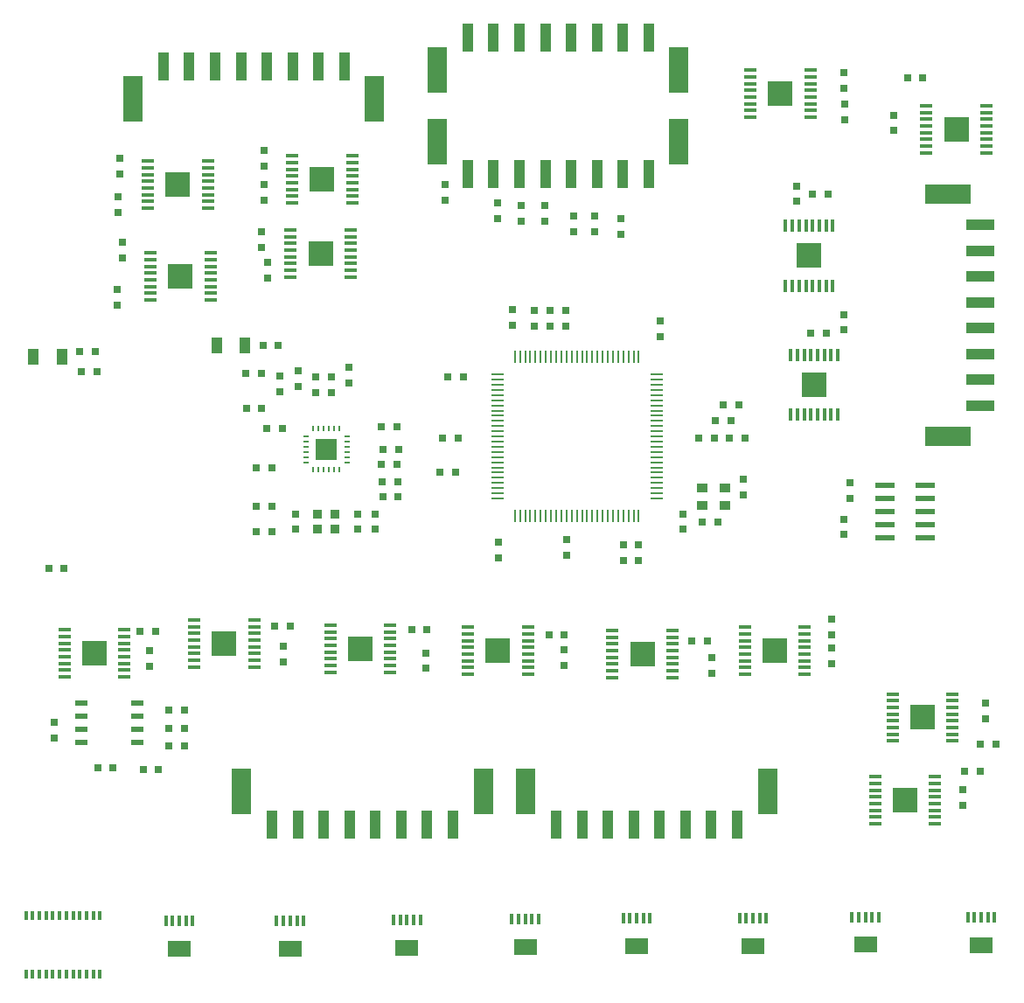
<source format=gtp>
G04 #@! TF.GenerationSoftware,KiCad,Pcbnew,5.1.5-52549c5~86~ubuntu18.04.1*
G04 #@! TF.CreationDate,2020-12-06T21:57:41-08:00*
G04 #@! TF.ProjectId,GAMTP_rev01,47414d54-505f-4726-9576-30312e6b6963,rev?*
G04 #@! TF.SameCoordinates,Original*
G04 #@! TF.FileFunction,Paste,Top*
G04 #@! TF.FilePolarity,Positive*
%FSLAX46Y46*%
G04 Gerber Fmt 4.6, Leading zero omitted, Abs format (unit mm)*
G04 Created by KiCad (PCBNEW 5.1.5-52549c5~86~ubuntu18.04.1) date 2020-12-06 21:57:41*
%MOMM*%
%LPD*%
G04 APERTURE LIST*
%ADD10R,1.200000X0.360000*%
%ADD11R,2.400000X2.400000*%
%ADD12R,0.360000X1.200000*%
%ADD13R,0.719328X0.800608*%
%ADD14R,0.800608X0.719328*%
%ADD15R,1.999488X1.999488*%
%ADD16O,0.640080X0.199136*%
%ADD17O,0.199136X0.640080*%
%ADD18R,1.120000X0.960000*%
%ADD19R,0.960000X0.880000*%
%ADD20R,0.720000X0.800000*%
%ADD21R,0.800000X0.720000*%
%ADD22R,1.200000X0.240000*%
%ADD23R,0.240000X1.200000*%
%ADD24R,1.240000X0.480000*%
%ADD25R,1.000000X1.600000*%
%ADD26R,1.120000X2.720000*%
%ADD27R,1.840000X4.480000*%
%ADD28R,2.720000X1.120000*%
%ADD29R,4.480000X1.840000*%
%ADD30R,1.920000X0.608000*%
%ADD31R,0.320000X1.080000*%
%ADD32R,2.320000X1.520000*%
%ADD33R,0.320000X0.880000*%
G04 APERTURE END LIST*
D10*
X119486000Y-71475000D03*
X119486000Y-72125000D03*
X119486000Y-70825000D03*
X119486000Y-70175000D03*
X119486000Y-67575000D03*
X119486000Y-68225000D03*
X119486000Y-69525000D03*
X119486000Y-68875000D03*
X113686000Y-68875000D03*
X113686000Y-69525000D03*
X113686000Y-68225000D03*
X113686000Y-67575000D03*
X113686000Y-70175000D03*
X113686000Y-70825000D03*
X113686000Y-72125000D03*
X113686000Y-71475000D03*
D11*
X116586000Y-69850000D03*
D10*
X105770000Y-80873000D03*
X105770000Y-81523000D03*
X105770000Y-80223000D03*
X105770000Y-79573000D03*
X105770000Y-76973000D03*
X105770000Y-77623000D03*
X105770000Y-78923000D03*
X105770000Y-78273000D03*
X99970000Y-78273000D03*
X99970000Y-78923000D03*
X99970000Y-77623000D03*
X99970000Y-76973000D03*
X99970000Y-79573000D03*
X99970000Y-80223000D03*
X99970000Y-81523000D03*
X99970000Y-80873000D03*
D11*
X102870000Y-79248000D03*
D10*
X119338000Y-78658000D03*
X119338000Y-79308000D03*
X119338000Y-78008000D03*
X119338000Y-77358000D03*
X119338000Y-74758000D03*
X119338000Y-75408000D03*
X119338000Y-76708000D03*
X119338000Y-76058000D03*
X113538000Y-76058000D03*
X113538000Y-76708000D03*
X113538000Y-75408000D03*
X113538000Y-74758000D03*
X113538000Y-77358000D03*
X113538000Y-78008000D03*
X113538000Y-79308000D03*
X113538000Y-78658000D03*
D11*
X116438000Y-77033000D03*
D10*
X105516000Y-71983000D03*
X105516000Y-72633000D03*
X105516000Y-71333000D03*
X105516000Y-70683000D03*
X105516000Y-68083000D03*
X105516000Y-68733000D03*
X105516000Y-70033000D03*
X105516000Y-69383000D03*
X99716000Y-69383000D03*
X99716000Y-70033000D03*
X99716000Y-68733000D03*
X99716000Y-68083000D03*
X99716000Y-70683000D03*
X99716000Y-71333000D03*
X99716000Y-72633000D03*
X99716000Y-71983000D03*
D11*
X102616000Y-70358000D03*
D12*
X162625000Y-92650000D03*
X161975000Y-92650000D03*
X163275000Y-92650000D03*
X163925000Y-92650000D03*
X166525000Y-92650000D03*
X165875000Y-92650000D03*
X164575000Y-92650000D03*
X165225000Y-92650000D03*
X165225000Y-86850000D03*
X164575000Y-86850000D03*
X165875000Y-86850000D03*
X166525000Y-86850000D03*
X163925000Y-86850000D03*
X163275000Y-86850000D03*
X161975000Y-86850000D03*
X162625000Y-86850000D03*
D11*
X164250000Y-89750000D03*
D12*
X162125000Y-80150000D03*
X161475000Y-80150000D03*
X162775000Y-80150000D03*
X163425000Y-80150000D03*
X166025000Y-80150000D03*
X165375000Y-80150000D03*
X164075000Y-80150000D03*
X164725000Y-80150000D03*
X164725000Y-74350000D03*
X164075000Y-74350000D03*
X165375000Y-74350000D03*
X166025000Y-74350000D03*
X163425000Y-74350000D03*
X162775000Y-74350000D03*
X161475000Y-74350000D03*
X162125000Y-74350000D03*
D11*
X163750000Y-77250000D03*
D10*
X180900000Y-66625000D03*
X180900000Y-67275000D03*
X180900000Y-65975000D03*
X180900000Y-65325000D03*
X180900000Y-62725000D03*
X180900000Y-63375000D03*
X180900000Y-64675000D03*
X180900000Y-64025000D03*
X175100000Y-64025000D03*
X175100000Y-64675000D03*
X175100000Y-63375000D03*
X175100000Y-62725000D03*
X175100000Y-65325000D03*
X175100000Y-65975000D03*
X175100000Y-67275000D03*
X175100000Y-66625000D03*
D11*
X178000000Y-65000000D03*
D10*
X158050000Y-59945000D03*
X158050000Y-59295000D03*
X158050000Y-60595000D03*
X158050000Y-61245000D03*
X158050000Y-63845000D03*
X158050000Y-63195000D03*
X158050000Y-61895000D03*
X158050000Y-62545000D03*
X163850000Y-62545000D03*
X163850000Y-61895000D03*
X163850000Y-63195000D03*
X163850000Y-63845000D03*
X163850000Y-61245000D03*
X163850000Y-60595000D03*
X163850000Y-59295000D03*
X163850000Y-59945000D03*
D11*
X160950000Y-61570000D03*
D10*
X144700000Y-114175000D03*
X144700000Y-113525000D03*
X144700000Y-114825000D03*
X144700000Y-115475000D03*
X144700000Y-118075000D03*
X144700000Y-117425000D03*
X144700000Y-116125000D03*
X144700000Y-116775000D03*
X150500000Y-116775000D03*
X150500000Y-116125000D03*
X150500000Y-117425000D03*
X150500000Y-118075000D03*
X150500000Y-115475000D03*
X150500000Y-114825000D03*
X150500000Y-113525000D03*
X150500000Y-114175000D03*
D11*
X147600000Y-115800000D03*
D10*
X157500000Y-113875000D03*
X157500000Y-113225000D03*
X157500000Y-114525000D03*
X157500000Y-115175000D03*
X157500000Y-117775000D03*
X157500000Y-117125000D03*
X157500000Y-115825000D03*
X157500000Y-116475000D03*
X163300000Y-116475000D03*
X163300000Y-115825000D03*
X163300000Y-117125000D03*
X163300000Y-117775000D03*
X163300000Y-115175000D03*
X163300000Y-114525000D03*
X163300000Y-113225000D03*
X163300000Y-113875000D03*
D11*
X160400000Y-115500000D03*
D10*
X170125000Y-128350000D03*
X170125000Y-127700000D03*
X170125000Y-129000000D03*
X170125000Y-129650000D03*
X170125000Y-132250000D03*
X170125000Y-131600000D03*
X170125000Y-130300000D03*
X170125000Y-130950000D03*
X175925000Y-130950000D03*
X175925000Y-130300000D03*
X175925000Y-131600000D03*
X175925000Y-132250000D03*
X175925000Y-129650000D03*
X175925000Y-129000000D03*
X175925000Y-127700000D03*
X175925000Y-128350000D03*
D11*
X173025000Y-129975000D03*
D10*
X171810000Y-120335000D03*
X171810000Y-119685000D03*
X171810000Y-120985000D03*
X171810000Y-121635000D03*
X171810000Y-124235000D03*
X171810000Y-123585000D03*
X171810000Y-122285000D03*
X171810000Y-122935000D03*
X177610000Y-122935000D03*
X177610000Y-122285000D03*
X177610000Y-123585000D03*
X177610000Y-124235000D03*
X177610000Y-121635000D03*
X177610000Y-120985000D03*
X177610000Y-119685000D03*
X177610000Y-120335000D03*
D11*
X174710000Y-121960000D03*
D10*
X104200000Y-113175000D03*
X104200000Y-112525000D03*
X104200000Y-113825000D03*
X104200000Y-114475000D03*
X104200000Y-117075000D03*
X104200000Y-116425000D03*
X104200000Y-115125000D03*
X104200000Y-115775000D03*
X110000000Y-115775000D03*
X110000000Y-115125000D03*
X110000000Y-116425000D03*
X110000000Y-117075000D03*
X110000000Y-114475000D03*
X110000000Y-113825000D03*
X110000000Y-112525000D03*
X110000000Y-113175000D03*
D11*
X107100000Y-114800000D03*
D10*
X117400000Y-113675000D03*
X117400000Y-113025000D03*
X117400000Y-114325000D03*
X117400000Y-114975000D03*
X117400000Y-117575000D03*
X117400000Y-116925000D03*
X117400000Y-115625000D03*
X117400000Y-116275000D03*
X123200000Y-116275000D03*
X123200000Y-115625000D03*
X123200000Y-116925000D03*
X123200000Y-117575000D03*
X123200000Y-114975000D03*
X123200000Y-114325000D03*
X123200000Y-113025000D03*
X123200000Y-113675000D03*
D11*
X120300000Y-115300000D03*
D10*
X130700000Y-113875000D03*
X130700000Y-113225000D03*
X130700000Y-114525000D03*
X130700000Y-115175000D03*
X130700000Y-117775000D03*
X130700000Y-117125000D03*
X130700000Y-115825000D03*
X130700000Y-116475000D03*
X136500000Y-116475000D03*
X136500000Y-115825000D03*
X136500000Y-117125000D03*
X136500000Y-117775000D03*
X136500000Y-115175000D03*
X136500000Y-114525000D03*
X136500000Y-113225000D03*
X136500000Y-113875000D03*
D11*
X133600000Y-115500000D03*
D10*
X91630000Y-114135000D03*
X91630000Y-113485000D03*
X91630000Y-114785000D03*
X91630000Y-115435000D03*
X91630000Y-118035000D03*
X91630000Y-117385000D03*
X91630000Y-116085000D03*
X91630000Y-116735000D03*
X97430000Y-116735000D03*
X97430000Y-116085000D03*
X97430000Y-117385000D03*
X97430000Y-118035000D03*
X97430000Y-115435000D03*
X97430000Y-114785000D03*
X97430000Y-113485000D03*
X97430000Y-114135000D03*
D11*
X94530000Y-115760000D03*
D13*
X156151840Y-93200000D03*
X154648160Y-93200000D03*
D14*
X140208000Y-84063840D03*
X140208000Y-82560160D03*
X112522000Y-90413840D03*
X112522000Y-88910160D03*
X145800000Y-106751840D03*
X145800000Y-105248160D03*
X147200000Y-106751840D03*
X147200000Y-105248160D03*
D13*
X103251840Y-124750000D03*
X101748160Y-124750000D03*
D14*
X167100000Y-104251840D03*
X167100000Y-102748160D03*
D13*
X103251840Y-121250000D03*
X101748160Y-121250000D03*
X103251840Y-123000000D03*
X101748160Y-123000000D03*
X123801840Y-93850000D03*
X122298160Y-93850000D03*
X123951840Y-100570000D03*
X122448160Y-100570000D03*
X124001840Y-96000000D03*
X122498160Y-96000000D03*
D14*
X121750000Y-103751840D03*
X121750000Y-102248160D03*
X115950000Y-90501840D03*
X115950000Y-88998160D03*
D13*
X129501840Y-98250000D03*
X127998160Y-98250000D03*
D14*
X117500000Y-90501840D03*
X117500000Y-88998160D03*
D13*
X90118160Y-107560000D03*
X91621840Y-107560000D03*
X94811840Y-88440000D03*
X93308160Y-88440000D03*
X94641840Y-86550000D03*
X93138160Y-86550000D03*
X100751840Y-127000000D03*
X99248160Y-127000000D03*
X112351840Y-85900000D03*
X110848160Y-85900000D03*
D15*
X117000000Y-96000000D03*
D16*
X115001020Y-94750320D03*
X115001020Y-95250700D03*
X115001020Y-95751080D03*
X115001020Y-96248920D03*
X115001020Y-96749300D03*
X115001020Y-97249680D03*
D17*
X115750320Y-97998980D03*
X116250700Y-97998980D03*
X116751080Y-97998980D03*
X117248920Y-97998980D03*
X117749300Y-97998980D03*
X118249680Y-97998980D03*
D16*
X118998980Y-97249680D03*
X118998980Y-96749300D03*
X118998980Y-96248920D03*
X118998980Y-95751080D03*
X118998980Y-95250700D03*
X118998980Y-94750320D03*
D17*
X118249680Y-94001020D03*
X117749300Y-94001020D03*
X117248920Y-94001020D03*
X116751080Y-94001020D03*
X116250700Y-94001020D03*
X115750320Y-94001020D03*
D18*
X155550000Y-99725000D03*
X153350000Y-99725000D03*
X155550000Y-101425000D03*
X153350000Y-101425000D03*
D19*
X116150000Y-103700000D03*
X117850000Y-103700000D03*
X116150000Y-102300000D03*
X117850000Y-102300000D03*
D13*
X110248160Y-104000000D03*
X111751840Y-104000000D03*
X128248160Y-94900000D03*
D20*
X129751840Y-94900000D03*
D13*
X128748160Y-89000000D03*
D20*
X130251840Y-89000000D03*
D13*
X157551840Y-94900000D03*
D20*
X156048160Y-94900000D03*
D14*
X133650000Y-104998160D03*
D21*
X133650000Y-106501840D03*
D13*
X153048160Y-94900000D03*
D20*
X154551840Y-94900000D03*
D13*
X156951840Y-91700000D03*
D20*
X155448160Y-91700000D03*
D14*
X140250000Y-104748160D03*
D21*
X140250000Y-106251840D03*
D14*
X137160000Y-82560160D03*
D21*
X137160000Y-84063840D03*
D14*
X151500000Y-103751840D03*
D21*
X151500000Y-102248160D03*
D14*
X138684000Y-82560160D03*
D21*
X138684000Y-84063840D03*
D14*
X157350000Y-100426840D03*
D21*
X157350000Y-98923160D03*
D13*
X154901840Y-103025000D03*
D20*
X153398160Y-103025000D03*
D14*
X99900000Y-117001840D03*
D21*
X99900000Y-115498160D03*
D13*
X98948160Y-113650000D03*
D20*
X100451840Y-113650000D03*
D14*
X110998000Y-67066160D03*
D21*
X110998000Y-68569840D03*
D14*
X110740000Y-74958160D03*
D21*
X110740000Y-76461840D03*
D14*
X110998000Y-70348160D03*
D21*
X110998000Y-71851840D03*
D14*
X111350000Y-77898160D03*
D21*
X111350000Y-79401840D03*
D14*
X96820000Y-71548160D03*
D21*
X96820000Y-73051840D03*
D14*
X96774000Y-80528160D03*
D21*
X96774000Y-82031840D03*
D14*
X97028000Y-69331840D03*
D21*
X97028000Y-67828160D03*
D14*
X97282000Y-77459840D03*
D21*
X97282000Y-75956160D03*
D13*
X165371840Y-84720000D03*
D20*
X163868160Y-84720000D03*
D13*
X165551840Y-71300000D03*
D20*
X164048160Y-71300000D03*
D14*
X167100000Y-82948160D03*
D21*
X167100000Y-84451840D03*
D14*
X162500000Y-72001840D03*
D21*
X162500000Y-70498160D03*
D14*
X171900000Y-63638160D03*
D21*
X171900000Y-65141840D03*
D14*
X167150000Y-64111840D03*
D21*
X167150000Y-62608160D03*
D13*
X173248160Y-60000000D03*
D20*
X174751840Y-60000000D03*
D14*
X167130000Y-59558160D03*
D21*
X167130000Y-61061840D03*
D14*
X154300000Y-117701840D03*
D21*
X154300000Y-116198160D03*
D14*
X165900000Y-116751840D03*
D21*
X165900000Y-115248160D03*
D13*
X152398160Y-114550000D03*
D20*
X153901840Y-114550000D03*
D14*
X165900000Y-112448160D03*
D21*
X165900000Y-113951840D03*
D14*
X178660000Y-130461840D03*
D21*
X178660000Y-128958160D03*
D14*
X180830000Y-122071840D03*
D21*
X180830000Y-120568160D03*
D13*
X178818160Y-127160000D03*
D20*
X180321840Y-127160000D03*
D13*
X181851840Y-124510000D03*
D20*
X180348160Y-124510000D03*
D14*
X112800000Y-116601840D03*
D21*
X112800000Y-115098160D03*
D14*
X126600000Y-117201840D03*
D21*
X126600000Y-115698160D03*
D14*
X140050000Y-116901840D03*
D21*
X140050000Y-115398160D03*
D13*
X111998160Y-113150000D03*
D20*
X113501840Y-113150000D03*
D13*
X125248160Y-113450000D03*
D20*
X126751840Y-113450000D03*
D13*
X138548160Y-114000000D03*
D20*
X140051840Y-114000000D03*
D14*
X114300000Y-88402160D03*
D21*
X114300000Y-89905840D03*
D13*
X110733840Y-88646000D03*
D20*
X109230160Y-88646000D03*
D13*
X123921840Y-99160000D03*
D20*
X122418160Y-99160000D03*
D13*
X111248160Y-94000000D03*
D20*
X112751840Y-94000000D03*
D14*
X114000000Y-102248160D03*
D21*
X114000000Y-103751840D03*
D13*
X110751840Y-92000000D03*
D20*
X109248160Y-92000000D03*
D13*
X123851840Y-97425000D03*
D20*
X122348160Y-97425000D03*
D14*
X120000000Y-103751840D03*
D21*
X120000000Y-102248160D03*
D14*
X119190000Y-88088160D03*
D21*
X119190000Y-89591840D03*
D13*
X111751840Y-97800000D03*
D20*
X110248160Y-97800000D03*
D13*
X110248160Y-101500000D03*
D20*
X111751840Y-101500000D03*
D13*
X96351840Y-126800000D03*
X94848160Y-126800000D03*
D14*
X90650000Y-123951840D03*
X90650000Y-122448160D03*
X149352000Y-83576160D03*
X149352000Y-85079840D03*
X145542000Y-75173840D03*
X145542000Y-73670160D03*
X143002000Y-74919840D03*
X143002000Y-73416160D03*
X140970000Y-74919840D03*
X140970000Y-73416160D03*
X138176000Y-73903840D03*
X138176000Y-72400160D03*
X167670000Y-99248160D03*
X167670000Y-100751840D03*
D22*
X148950000Y-92750000D03*
X148950000Y-92250000D03*
X148950000Y-91750000D03*
X148950000Y-90750000D03*
X148950000Y-91250000D03*
X148950000Y-89250000D03*
X148950000Y-88750000D03*
X148950000Y-89750000D03*
X148950000Y-90250000D03*
D23*
X135750000Y-102450000D03*
X135250000Y-102450000D03*
X138750000Y-102450000D03*
X138250000Y-102450000D03*
X139250000Y-102450000D03*
X137250000Y-102450000D03*
X137750000Y-102450000D03*
X136250000Y-102450000D03*
X136750000Y-102450000D03*
D22*
X133550000Y-97250000D03*
X133550000Y-97750000D03*
X133550000Y-96750000D03*
X133550000Y-98250000D03*
X133550000Y-98750000D03*
X133550000Y-100750000D03*
X133550000Y-100250000D03*
X133550000Y-99750000D03*
X133550000Y-99250000D03*
D23*
X137250000Y-87050000D03*
X138750000Y-87050000D03*
X139250000Y-87050000D03*
X138250000Y-87050000D03*
X137750000Y-87050000D03*
X135750000Y-87050000D03*
X136250000Y-87050000D03*
X136750000Y-87050000D03*
X135250000Y-87050000D03*
D22*
X148950000Y-94750000D03*
X148950000Y-94250000D03*
X148950000Y-93250000D03*
X148950000Y-93750000D03*
D23*
X140250000Y-102450000D03*
X139750000Y-102450000D03*
X141250000Y-102450000D03*
X140750000Y-102450000D03*
D22*
X133550000Y-94750000D03*
X133550000Y-95250000D03*
X133550000Y-95750000D03*
X133550000Y-96250000D03*
D23*
X139750000Y-87050000D03*
X141250000Y-87050000D03*
X140750000Y-87050000D03*
X140250000Y-87050000D03*
D22*
X148950000Y-95750000D03*
X148950000Y-95250000D03*
X148950000Y-96250000D03*
X148950000Y-96750000D03*
D23*
X144250000Y-102450000D03*
X144750000Y-102450000D03*
X145750000Y-102450000D03*
X145250000Y-102450000D03*
X142750000Y-102450000D03*
X143750000Y-102450000D03*
X143250000Y-102450000D03*
X141750000Y-102450000D03*
X142250000Y-102450000D03*
D22*
X133550000Y-94250000D03*
X133550000Y-93750000D03*
D23*
X142250000Y-87050000D03*
X142750000Y-87050000D03*
X143750000Y-87050000D03*
X143250000Y-87050000D03*
X144750000Y-87050000D03*
X145250000Y-87050000D03*
X144250000Y-87050000D03*
X146750000Y-87050000D03*
X147250000Y-87050000D03*
X146250000Y-87050000D03*
X145750000Y-87050000D03*
D22*
X148950000Y-97250000D03*
X148950000Y-97750000D03*
X148950000Y-98750000D03*
X148950000Y-98250000D03*
X148950000Y-99750000D03*
X148950000Y-100250000D03*
X148950000Y-99250000D03*
D23*
X146750000Y-102450000D03*
X146250000Y-102450000D03*
X147250000Y-102450000D03*
D22*
X148950000Y-100750000D03*
X133550000Y-91750000D03*
X133550000Y-92250000D03*
X133550000Y-93250000D03*
X133550000Y-92750000D03*
X133550000Y-90250000D03*
X133550000Y-91250000D03*
X133550000Y-90750000D03*
X133550000Y-89250000D03*
X133550000Y-89750000D03*
X133550000Y-88750000D03*
D23*
X141750000Y-87050000D03*
D24*
X98700000Y-124405000D03*
X98700000Y-123135000D03*
X98700000Y-121865000D03*
X98700000Y-120595000D03*
X93300000Y-120595000D03*
X93300000Y-121865000D03*
X93300000Y-123135000D03*
X93300000Y-124405000D03*
D14*
X135000000Y-82498160D03*
D21*
X135000000Y-84001840D03*
D25*
X88625000Y-87000000D03*
X91375000Y-87000000D03*
X106375000Y-85950000D03*
X109125000Y-85950000D03*
D26*
X118732000Y-58922000D03*
X116232000Y-58922000D03*
X113732000Y-58922000D03*
X101232000Y-58922000D03*
X106232000Y-58922000D03*
X103732000Y-58922000D03*
D27*
X121682000Y-62072000D03*
D26*
X108732000Y-58922000D03*
X111232000Y-58922000D03*
D27*
X98282000Y-62072000D03*
D26*
X111750000Y-132300000D03*
X114250000Y-132300000D03*
X116750000Y-132300000D03*
X129250000Y-132300000D03*
X124250000Y-132300000D03*
X126750000Y-132300000D03*
D27*
X108800000Y-129150000D03*
D26*
X121750000Y-132300000D03*
X119250000Y-132300000D03*
D27*
X132200000Y-129150000D03*
D28*
X180300000Y-91750000D03*
X180300000Y-89250000D03*
X180300000Y-86750000D03*
X180300000Y-74250000D03*
X180300000Y-79250000D03*
X180300000Y-76750000D03*
D29*
X177150000Y-94700000D03*
D28*
X180300000Y-81750000D03*
X180300000Y-84250000D03*
D29*
X177150000Y-71300000D03*
D26*
X139250000Y-132300000D03*
X141750000Y-132300000D03*
X144250000Y-132300000D03*
X156750000Y-132300000D03*
X151750000Y-132300000D03*
X154250000Y-132300000D03*
D27*
X136300000Y-129150000D03*
D26*
X149250000Y-132300000D03*
X146750000Y-132300000D03*
D27*
X159700000Y-129150000D03*
D30*
X171120000Y-100730000D03*
X171120000Y-99460000D03*
X175020000Y-99460000D03*
X175020000Y-100730000D03*
X175020000Y-104540000D03*
X175020000Y-103270000D03*
X175020000Y-102000000D03*
X171120000Y-102000000D03*
X171120000Y-103270000D03*
X171120000Y-104540000D03*
D26*
X148196000Y-56128000D03*
X145696000Y-56128000D03*
X143196000Y-56128000D03*
X130696000Y-56128000D03*
X135696000Y-56128000D03*
X133196000Y-56128000D03*
D27*
X151146000Y-59278000D03*
D26*
X138196000Y-56128000D03*
X140696000Y-56128000D03*
D27*
X127746000Y-59278000D03*
D31*
X103400000Y-141675000D03*
X104050000Y-141675000D03*
X102100000Y-141675000D03*
X101450000Y-141675000D03*
X102750000Y-141675000D03*
D32*
X102750000Y-144350000D03*
X180400000Y-144000000D03*
D31*
X180400000Y-141325000D03*
X179100000Y-141325000D03*
X179750000Y-141325000D03*
X181700000Y-141325000D03*
X181050000Y-141325000D03*
D32*
X113500000Y-144350000D03*
D31*
X113500000Y-141675000D03*
X112200000Y-141675000D03*
X112850000Y-141675000D03*
X114800000Y-141675000D03*
X114150000Y-141675000D03*
X169850000Y-141275000D03*
X170500000Y-141275000D03*
X168550000Y-141275000D03*
X167900000Y-141275000D03*
X169200000Y-141275000D03*
D32*
X169200000Y-143950000D03*
D31*
X125450000Y-141575000D03*
X126100000Y-141575000D03*
X124150000Y-141575000D03*
X123500000Y-141575000D03*
X124800000Y-141575000D03*
D32*
X124800000Y-144250000D03*
D31*
X158950000Y-141425000D03*
X159600000Y-141425000D03*
X157650000Y-141425000D03*
X157000000Y-141425000D03*
X158300000Y-141425000D03*
D32*
X158300000Y-144100000D03*
X136250000Y-144150000D03*
D31*
X136250000Y-141475000D03*
X134950000Y-141475000D03*
X135600000Y-141475000D03*
X137550000Y-141475000D03*
X136900000Y-141475000D03*
D32*
X147050000Y-144100000D03*
D31*
X147050000Y-141425000D03*
X145750000Y-141425000D03*
X146400000Y-141425000D03*
X148350000Y-141425000D03*
X147700000Y-141425000D03*
D27*
X151146000Y-66198000D03*
D26*
X138196000Y-69348000D03*
X140696000Y-69348000D03*
D27*
X127746000Y-66198000D03*
D26*
X145696000Y-69348000D03*
X143196000Y-69348000D03*
X148196000Y-69348000D03*
X135696000Y-69348000D03*
X133196000Y-69348000D03*
X130696000Y-69348000D03*
D14*
X135890000Y-72400160D03*
X135890000Y-73903840D03*
X133604000Y-73649840D03*
X133604000Y-72146160D03*
X128524000Y-71871840D03*
X128524000Y-70368160D03*
D33*
X87925000Y-146850000D03*
X88575000Y-146850000D03*
X89225000Y-146850000D03*
X89875000Y-146850000D03*
X90525000Y-146850000D03*
X91175000Y-146850000D03*
X91825000Y-146850000D03*
X92475000Y-146850000D03*
X93125000Y-146850000D03*
X93775000Y-146850000D03*
X94425000Y-146850000D03*
X95075000Y-146850000D03*
X95075000Y-141150000D03*
X94425000Y-141150000D03*
X93775000Y-141150000D03*
X93125000Y-141150000D03*
X92475000Y-141150000D03*
X91825000Y-141150000D03*
X91175000Y-141150000D03*
X90525000Y-141150000D03*
X89875000Y-141150000D03*
X89225000Y-141150000D03*
X88575000Y-141150000D03*
X87925000Y-141150000D03*
M02*

</source>
